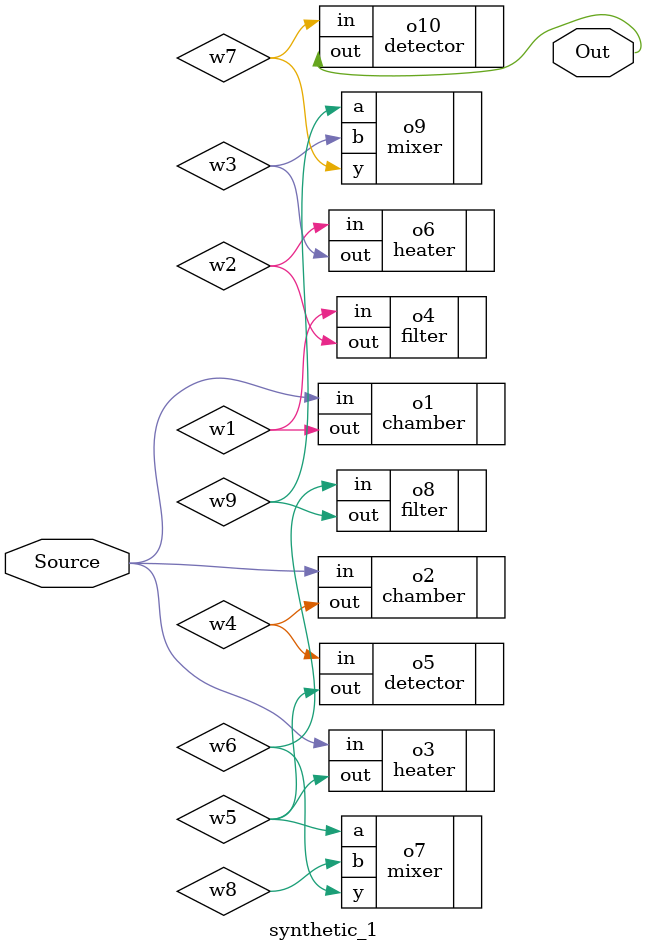
<source format=v>
module synthetic_1(
input Source,
output Out
);
wire w1,w2,w3,w4,w5,w6,w7,w8,w9;
chamber o1(.in(Source), .out(w1));
filter o4(.in(w1), .out(w2));
heater o6(.in(w2), .out(w3));

chamber o2(.in(Source), .out(w4));
detector o5(.in(w4), .out(w5));

heater o3(.in(Source), .out(w5));

mixer o7(.a(w5), .b(w8), .y(w6));
filter o8(.in(w6), .out(w9));

mixer o9(.a(w9), .b(w3), .y(w7));

detector o10(.in(w7), .out(Out));

endmodule

</source>
